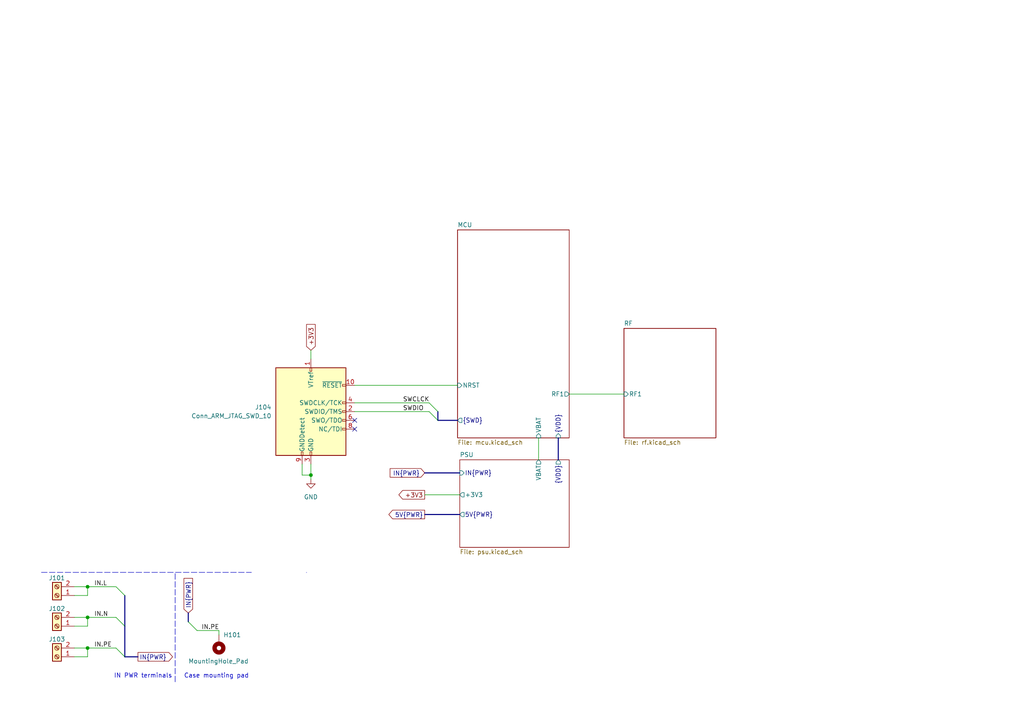
<source format=kicad_sch>
(kicad_sch (version 20211123) (generator eeschema)
  (paper "A4")
  (title_block (title "OxySwitch") (rev "1") (company "Tomas Kysela"))
  (lib_symbols
    (symbol "Connector:Conn_ARM_JTAG_SWD_10" (pin_names (offset 1.016))
      (property "Reference" "J" (at -2.54 16.51 0))
      (property "Value" "Conn_ARM_JTAG_SWD_10" (at -2.54 13.97 0))
      (symbol "Conn_ARM_JTAG_SWD_10_0_1"
        (rectangle (start -10.16 12.7) (end 10.16 -12.7) (stroke (width 0.254)) (fill (type background)))
        (rectangle (start -2.794 -12.7) (end -2.286 -11.684))
        (rectangle (start -0.254 -12.7) (end 0.254 -11.684))
        (rectangle (start -0.254 12.7) (end 0.254 11.684))
        (rectangle (start 9.144 2.286) (end 10.16 2.794))
        (rectangle (start 10.16 -2.794) (end 9.144 -2.286))
        (rectangle (start 10.16 -0.254) (end 9.144 0.254))
        (rectangle (start 10.16 7.874) (end 9.144 7.366))
      )
      (symbol "Conn_ARM_JTAG_SWD_10_1_1"
        (rectangle (start 9.144 -5.334) (end 10.16 -4.826))
        (pin power_in line (at 0 15.24 270) (length 2.54) (name "VTref") (number "1"))
        (pin open_collector line (at 12.7 7.62 180) (length 2.54) (name "~{RESET}") (number "10"))
        (pin bidirectional line (at 12.7 0 180) (length 2.54) (name "SWDIO/TMS") (number "2"))
        (pin power_in line (at 0 -15.24 90) (length 2.54) (name "GND") (number "3"))
        (pin output line (at 12.7 2.54 180) (length 2.54) (name "SWDCLK/TCK") (number "4"))
        (pin passive line (at 0 -15.24 90) (length 2.54) hide (name "GND") (number "5"))
        (pin input line (at 12.7 -2.54 180) (length 2.54) (name "SWO/TDO") (number "6"))
        (pin no_connect line (at -10.16 0 0) (length 2.54) hide (name "KEY") (number "7"))
        (pin output line (at 12.7 -5.08 180) (length 2.54) (name "NC/TDI") (number "8"))
        (pin passive line (at -2.54 -15.24 90) (length 2.54) (name "GNDDetect") (number "9"))
      )
    )
    (symbol "Connector:Screw_Terminal_01x02" (pin_names (offset 1.016) hide)
      (property "Reference" "J" (at 0 2.54 0))
      (property "Value" "Screw_Terminal_01x02" (at 0 -5.08 0))
      (symbol "Screw_Terminal_01x02_1_1"
        (rectangle (start -1.27 1.27) (end 1.27 -3.81) (stroke (width 0.254)) (fill (type background)))
        (circle (center 0 -2.54) (radius 0.635) (stroke (width 0.1524)))
        (polyline (pts (xy -0.5334 -2.2098) (xy 0.3302 -3.048)) (stroke (width 0.1524)))
        (polyline (pts (xy -0.5334 0.3302) (xy 0.3302 -0.508)) (stroke (width 0.1524)))
        (polyline (pts (xy -0.3556 -2.032) (xy 0.508 -2.8702)) (stroke (width 0.1524)))
        (polyline (pts (xy -0.3556 0.508) (xy 0.508 -0.3302)) (stroke (width 0.1524)))
        (circle (center 0 0) (radius 0.635) (stroke (width 0.1524)))
        (pin passive line (at -5.08 0 0) (length 3.81) (name "Pin_1") (number "1"))
        (pin passive line (at -5.08 -2.54 0) (length 3.81) (name "Pin_2") (number "2"))
      )
    )
    (symbol "Mechanical:MountingHole_Pad" (pin_numbers hide) (pin_names (offset 1.016) hide)
      (property "Reference" "H" (at 0 6.35 0))
      (property "Value" "MountingHole_Pad" (at 0 4.445 0))
      (symbol "MountingHole_Pad_0_1"
        (circle (center 0 1.27) (radius 1.27) (stroke (width 1.27)))
      )
      (symbol "MountingHole_Pad_1_1"
        (pin input line (at 0 -2.54 90) (length 2.54) (name "1") (number "1"))
      )
    )
    (symbol "power:GND" (power) (pin_names (offset 0))
      (property "Value" "GND" (at 0 -3.81 0))
      (symbol "GND_0_1"
        (polyline (pts (xy 0 0) (xy 0 -1.27) (xy 1.27 -1.27) (xy 0 -2.54) (xy -1.27 -1.27) (xy 0 -1.27)))
      )
      (symbol "GND_1_1"
        (pin power_in line (at 0 0 270) (length 0) hide (name "GND") (number "1"))
      )
    )
  )
  (bus_alias "PWR" (members "L" "N" "PE"))
  (junction (at 25.4 179.07))
  (junction (at 90.17 137.795))
  (junction (at 25.4 187.96))
  (junction (at 25.4 170.18))
  (no_connect (at 102.87 121.92))
  (no_connect (at 102.87 124.46))
  (bus_entry (at 54.61 180.34) (size 2.54 2.54))
  (bus_entry (at 124.46 116.84) (size 2.54 2.54))
  (bus_entry (at 124.46 119.38) (size 2.54 2.54))
  (bus_entry (at 33.655 179.07) (size 2.54 2.54))
  (bus_entry (at 33.655 170.18) (size 2.54 2.54))
  (bus_entry (at 33.655 187.96) (size 2.54 2.54))
  (wire (pts (xy 90.17 101.6) (xy 90.17 104.14)))
  (wire (pts (xy 25.4 187.96) (xy 25.4 190.5)))
  (wire (pts (xy 21.59 181.61) (xy 25.4 181.61)))
  (bus (pts (xy 127 121.92) (xy 132.715 121.92)))
  (wire (pts (xy 102.87 111.76) (xy 132.715 111.76)))
  (wire (pts (xy 25.4 181.61) (xy 25.4 179.07)))
  (wire (pts (xy 25.4 170.18) (xy 33.655 170.18)))
  (wire (pts (xy 21.59 179.07) (xy 25.4 179.07)))
  (wire (pts (xy 90.17 134.62) (xy 90.17 137.795)))
  (polyline (pts (xy 50.8 166.37) (xy 50.8 198.12)))
  (bus (pts (xy 123.19 137.16) (xy 133.35 137.16)))
  (bus (pts (xy 36.195 172.72) (xy 36.195 181.61)))
  (wire (pts (xy 21.59 187.96) (xy 25.4 187.96)))
  (wire (pts (xy 165.1 114.3) (xy 180.975 114.3)))
  (wire (pts (xy 63.5 182.88) (xy 63.5 184.15)))
  (wire (pts (xy 21.59 172.72) (xy 25.4 172.72)))
  (wire (pts (xy 90.17 137.795) (xy 90.17 139.065)))
  (wire (pts (xy 21.59 170.18) (xy 25.4 170.18)))
  (bus (pts (xy 161.925 127) (xy 161.925 133.35)))
  (wire (pts (xy 102.87 116.84) (xy 124.46 116.84)))
  (wire (pts (xy 25.4 187.96) (xy 33.655 187.96)))
  (wire (pts (xy 87.63 134.62) (xy 87.63 137.795)))
  (wire (pts (xy 102.87 119.38) (xy 124.46 119.38)))
  (wire (pts (xy 156.21 127) (xy 156.21 133.35)))
  (wire (pts (xy 57.15 182.88) (xy 63.5 182.88)))
  (bus (pts (xy 36.195 190.5) (xy 40.005 190.5)))
  (bus (pts (xy 127 119.38) (xy 127 121.92)))
  (bus (pts (xy 36.195 181.61) (xy 36.195 190.5)))
  (polyline (pts (xy 88.9 166.0144) (xy 88.9 166.0652)))
  (wire (pts (xy 87.63 137.795) (xy 90.17 137.795)))
  (wire (pts (xy 21.59 190.5) (xy 25.4 190.5)))
  (wire (pts (xy 123.19 143.51) (xy 133.35 143.51)))
  (polyline (pts (xy 12.0142 166.0144) (xy 72.9234 166.0144)))
  (wire (pts (xy 25.4 179.07) (xy 33.655 179.07)))
  (wire (pts (xy 25.4 170.18) (xy 25.4 172.72)))
  (bus (pts (xy 54.61 177.8) (xy 54.61 180.34)))
  (bus (pts (xy 123.19 149.225) (xy 133.35 149.225)))
  (text "IN PWR terminals" (at 33.02 196.85 0) (effects (font (size 1.27 1.27)) (justify left bottom)))
  (text "Case mounting pad" (at 53.34 196.85 0) (effects (font (size 1.27 1.27)) (justify left bottom)))
  (label "SWCLCK" (at 116.84 116.84 0))
  (label "IN.PE" (at 58.42 182.88 0))
  (label "SWDIO" (at 116.84 119.38 0))
  (label "IN.PE" (at 27.305 187.96 0))
  (label "IN.L" (at 27.305 170.18 0))
  (label "IN.N" (at 27.305 179.07 0))
  (global_label "IN{PWR}" (shape output) (at 40.005 190.5 0) (property "Intersheet References" "${INTERSHEET_REFS}" (effects hide)))
  (global_label "+3V3" (shape input) (at 90.17 101.6 90) (property "Intersheet References" "${INTERSHEET_REFS}" (effects hide)))
  (global_label "IN{PWR}" (shape input) (at 54.61 177.8 90) (property "Intersheet References" "${INTERSHEET_REFS}" (effects hide)))
  (global_label "+3V3" (shape output) (at 123.19 143.51 180) (property "Intersheet References" "${INTERSHEET_REFS}" (effects hide)))
  (global_label "IN{PWR}" (shape input) (at 123.19 137.16 180) (property "Intersheet References" "${INTERSHEET_REFS}" (effects hide)))
  (global_label "5V{PWR}" (shape output) (at 123.19 149.225 180) (property "Intersheet References" "${INTERSHEET_REFS}" (effects hide)))
  (symbol (lib_id "Connector:Screw_Terminal_01x02") (at 16.51 190.5 180) (unit 1)
    (property "Reference" "J103" (at 16.51 185.42 0))
    (property "Value" "Screw_Terminal_01x02" (effects hide))
  )
  (symbol (lib_id "Connector:Conn_ARM_JTAG_SWD_10") (at 90.17 119.38 0) (unit 1)
    (property "Reference" "J104" (at 78.74 118.1099 0) (effects (justify right)))
    (property "Value" "Conn_ARM_JTAG_SWD_10" (at 78.74 120.6499 0) (effects (justify right)))
    (property "Datasheet" "http://infocenter.arm.com/help/topic/com.arm.doc.ddi0314h/DDI0314H_coresight_components_trm.pdf" (effects hide))
  )
  (symbol (lib_id "Connector:Screw_Terminal_01x02") (at 16.51 181.61 180) (unit 1)
    (property "Reference" "J102" (at 16.51 176.53 0))
    (property "Value" "Screw_Terminal_01x02" (effects hide))
  )
  (symbol (lib_id "Connector:Screw_Terminal_01x02") (at 16.51 172.72 180) (unit 1)
    (property "Reference" "J101" (at 16.51 167.64 0))
    (property "Value" "Screw_Terminal_01x02" (effects hide))
  )
  (symbol (lib_id "Mechanical:MountingHole_Pad") (at 63.5 186.69 180) (unit 1)
    (property "Reference" "H101" (at 64.77 184.15 0) (effects (justify right)))
    (property "Value" "MountingHole_Pad" (at 54.61 191.77 0) (effects (justify right)))
  )
  (symbol (lib_id "power:GND") (at 90.17 139.065 0) (unit 1)
    (property "Reference" "#PWR0101" (effects hide))
    (property "Value" "GND" (at 90.17 144.145 0))
  )
  (sheet (at 180.975 95.25) (size 26.67 31.75) (stroke (width 0.1524))
    (property "Sheet name" "RF" (at 180.975 94.5384 0) (effects (justify left bottom)))
    (property "Sheet file" "rf.kicad_sch" (at 180.975 127.5846 0) (effects (justify left top)))
    (pin "RF1" input (at 180.975 114.3 180))
  )
  (sheet (at 133.35 133.35) (size 31.75 25.4) (stroke (width 0.1524))
    (property "Sheet name" "PSU" (at 133.35 132.6384 0) (effects (justify left bottom)))
    (property "Sheet file" "psu.kicad_sch" (at 133.35 159.3346 0) (effects (justify left top)))
    (pin "VBAT" output (at 156.21 133.35 90))
    (pin "{VDD}" output (at 161.925 133.35 90))
    (pin "IN{PWR}" input (at 133.35 137.16 180))
    (pin "+3V3" output (at 133.35 143.51 180))
    (pin "5V{PWR}" output (at 133.35 149.225 180))
  )
  (sheet (at 132.715 66.675) (size 32.385 60.325) (stroke (width 0.1524))
    (property "Sheet name" "MCU" (at 132.715 65.9634 0) (effects (justify left bottom)))
    (property "Sheet file" "mcu.kicad_sch" (at 132.715 127.5846 0) (effects (justify left top)))
    (pin "VBAT" input (at 156.21 127 270))
    (pin "RF1" output (at 165.1 114.3 0))
    (pin "NRST" input (at 132.715 111.76 180))
    (pin "{VDD}" input (at 161.925 127 270))
    (pin "{SWD}" output (at 132.715 121.92 180))
  )
)
</source>
